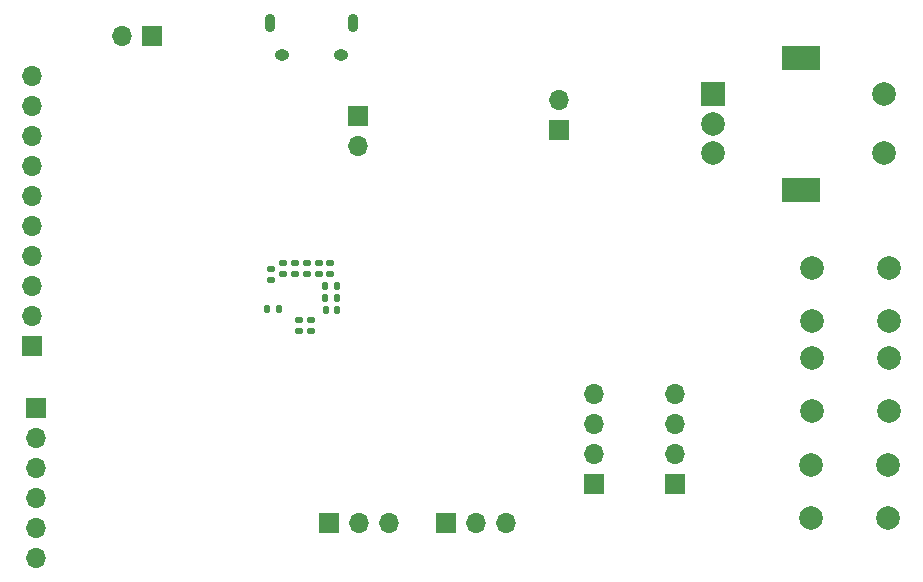
<source format=gbs>
G04 #@! TF.GenerationSoftware,KiCad,Pcbnew,(6.0.7)*
G04 #@! TF.CreationDate,2022-11-23T08:19:57-05:00*
G04 #@! TF.ProjectId,powerboard,706f7765-7262-46f6-9172-642e6b696361,rev?*
G04 #@! TF.SameCoordinates,Original*
G04 #@! TF.FileFunction,Soldermask,Bot*
G04 #@! TF.FilePolarity,Negative*
%FSLAX46Y46*%
G04 Gerber Fmt 4.6, Leading zero omitted, Abs format (unit mm)*
G04 Created by KiCad (PCBNEW (6.0.7)) date 2022-11-23 08:19:57*
%MOMM*%
%LPD*%
G01*
G04 APERTURE LIST*
G04 Aperture macros list*
%AMRoundRect*
0 Rectangle with rounded corners*
0 $1 Rounding radius*
0 $2 $3 $4 $5 $6 $7 $8 $9 X,Y pos of 4 corners*
0 Add a 4 corners polygon primitive as box body*
4,1,4,$2,$3,$4,$5,$6,$7,$8,$9,$2,$3,0*
0 Add four circle primitives for the rounded corners*
1,1,$1+$1,$2,$3*
1,1,$1+$1,$4,$5*
1,1,$1+$1,$6,$7*
1,1,$1+$1,$8,$9*
0 Add four rect primitives between the rounded corners*
20,1,$1+$1,$2,$3,$4,$5,0*
20,1,$1+$1,$4,$5,$6,$7,0*
20,1,$1+$1,$6,$7,$8,$9,0*
20,1,$1+$1,$8,$9,$2,$3,0*%
G04 Aperture macros list end*
%ADD10C,2.000000*%
%ADD11R,1.700000X1.700000*%
%ADD12O,1.700000X1.700000*%
%ADD13O,0.890000X1.550000*%
%ADD14O,1.250000X0.950000*%
%ADD15R,2.000000X2.000000*%
%ADD16R,3.200000X2.000000*%
%ADD17RoundRect,0.140000X-0.170000X0.140000X-0.170000X-0.140000X0.170000X-0.140000X0.170000X0.140000X0*%
%ADD18RoundRect,0.140000X0.170000X-0.140000X0.170000X0.140000X-0.170000X0.140000X-0.170000X-0.140000X0*%
%ADD19RoundRect,0.140000X0.140000X0.170000X-0.140000X0.170000X-0.140000X-0.170000X0.140000X-0.170000X0*%
%ADD20RoundRect,0.140000X-0.140000X-0.170000X0.140000X-0.170000X0.140000X0.170000X-0.140000X0.170000X0*%
G04 APERTURE END LIST*
D10*
X125500200Y-37374000D03*
X119000200Y-37374000D03*
X125500200Y-41874000D03*
X119000200Y-41874000D03*
D11*
X87975200Y-58978800D03*
D12*
X90515200Y-58978800D03*
X93055200Y-58978800D03*
D13*
X80081000Y-16637000D03*
D14*
X74081000Y-19337000D03*
D13*
X73081000Y-16637000D03*
D14*
X79081000Y-19337000D03*
D10*
X125424000Y-54036400D03*
X118924000Y-54036400D03*
X125424000Y-58536400D03*
X118924000Y-58536400D03*
D11*
X107340400Y-55676800D03*
D12*
X107340400Y-53136800D03*
X107340400Y-50596800D03*
X107340400Y-48056800D03*
D11*
X53244200Y-49224800D03*
D12*
X53244200Y-51764800D03*
X53244200Y-54304800D03*
X53244200Y-56844800D03*
X53244200Y-59384800D03*
X53244200Y-61924800D03*
D11*
X78094600Y-58978800D03*
D12*
X80634600Y-58978800D03*
X83174600Y-58978800D03*
D11*
X100533600Y-55676800D03*
D12*
X100533600Y-53136800D03*
X100533600Y-50596800D03*
X100533600Y-48056800D03*
D11*
X63068200Y-17729200D03*
D12*
X60528200Y-17729200D03*
D15*
X110580600Y-22646000D03*
D10*
X110580600Y-27646000D03*
X110580600Y-25146000D03*
D16*
X118080600Y-30746000D03*
X118080600Y-19546000D03*
D10*
X125080600Y-27646000D03*
X125080600Y-22646000D03*
D11*
X97510600Y-25659000D03*
D12*
X97510600Y-23119000D03*
D10*
X125449400Y-44943200D03*
X118949400Y-44943200D03*
X118949400Y-49443200D03*
X125449400Y-49443200D03*
D11*
X80545750Y-24460200D03*
D12*
X80545750Y-27000200D03*
D11*
X52933600Y-43967400D03*
D12*
X52933600Y-41427400D03*
X52933600Y-38887400D03*
X52933600Y-36347400D03*
X52933600Y-33807400D03*
X52933600Y-31267400D03*
X52933600Y-28727400D03*
X52933600Y-26187400D03*
X52933600Y-23647400D03*
X52933600Y-21107400D03*
D17*
X76200000Y-36934200D03*
X76200000Y-37894200D03*
D18*
X76581000Y-42694800D03*
X76581000Y-41734800D03*
D19*
X78737400Y-39903400D03*
X77777400Y-39903400D03*
D17*
X73152000Y-37442200D03*
X73152000Y-38402200D03*
X74142600Y-36934200D03*
X74142600Y-37894200D03*
D20*
X72849800Y-40843200D03*
X73809800Y-40843200D03*
D17*
X78181200Y-36908800D03*
X78181200Y-37868800D03*
X75184000Y-36934200D03*
X75184000Y-37894200D03*
X77190600Y-36908800D03*
X77190600Y-37868800D03*
D19*
X78762800Y-40944800D03*
X77802800Y-40944800D03*
X78737400Y-38887400D03*
X77777400Y-38887400D03*
D18*
X75539600Y-42694800D03*
X75539600Y-41734800D03*
M02*

</source>
